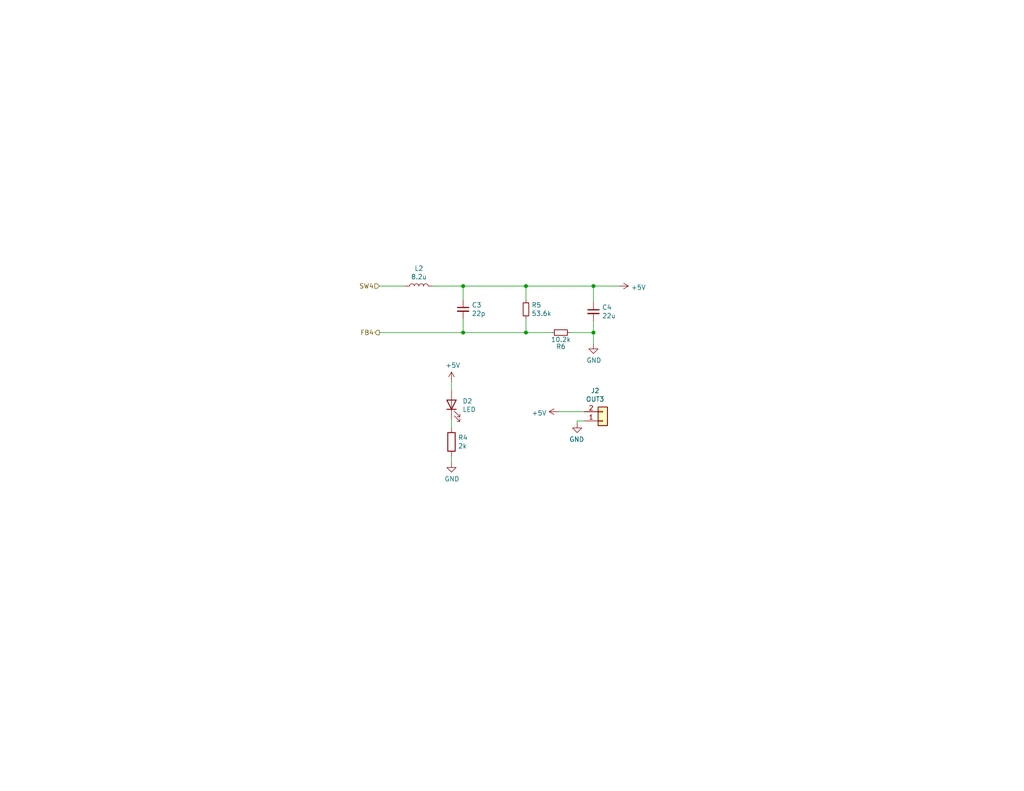
<source format=kicad_sch>
(kicad_sch (version 20211123) (generator eeschema)
  (paper "USLetter")
  (title_block (date "2021-05-26"))
  (lib_symbols
    (symbol "Connector_Generic:Conn_01x02" (pin_names (offset 1.016) hide)
      (property "Reference" "J" (at 0 2.54 0))
      (property "Value" "Conn_01x02" (at 0 -5.08 0))
      (symbol "Conn_01x02_1_1"
        (rectangle (start -1.27 -2.413) (end 0 -2.667) (stroke (width 0.1524)))
        (rectangle (start -1.27 0.127) (end 0 -0.127) (stroke (width 0.1524)))
        (rectangle (start -1.27 1.27) (end 1.27 -3.81) (stroke (width 0.254)) (fill (type background)))
        (pin passive line (at -5.08 0 0) (length 3.81) (name "Pin_1") (number "1"))
        (pin passive line (at -5.08 -2.54 0) (length 3.81) (name "Pin_2") (number "2"))
      )
    )
    (symbol "Device:C_Small" (pin_numbers hide) (pin_names (offset 0.254) hide)
      (property "Reference" "C" (at 0.254 1.778 0))
      (property "Value" "C_Small" (at 0.254 -2.032 0))
      (symbol "C_Small_0_1"
        (polyline (pts (xy -1.524 -0.508) (xy 1.524 -0.508)) (stroke (width 0.3302)))
        (polyline (pts (xy -1.524 0.508) (xy 1.524 0.508)) (stroke (width 0.3048)))
      )
      (symbol "C_Small_1_1"
        (pin passive line (at 0 2.54 270) (length 2.032) (name "~") (number "1"))
        (pin passive line (at 0 -2.54 90) (length 2.032) (name "~") (number "2"))
      )
    )
    (symbol "Device:L" (pin_numbers hide) (pin_names (offset 1.016) hide)
      (property "Reference" "L" (at -1.27 0 90))
      (property "Value" "L" (at 1.905 0 90))
      (symbol "L_0_1"
        (arc (start 0 -2.54) (mid 0.635 -1.905) (end 0 -1.27))
        (arc (start 0 -1.27) (mid 0.635 -0.635) (end 0 0))
        (arc (start 0 0) (mid 0.635 0.635) (end 0 1.27))
        (arc (start 0 1.27) (mid 0.635 1.905) (end 0 2.54))
      )
      (symbol "L_1_1"
        (pin passive line (at 0 3.81 270) (length 1.27) (name "1") (number "1"))
        (pin passive line (at 0 -3.81 90) (length 1.27) (name "2") (number "2"))
      )
    )
    (symbol "Device:LED" (pin_numbers hide) (pin_names (offset 1.016) hide)
      (property "Reference" "D" (at 0 2.54 0))
      (property "Value" "LED" (at 0 -2.54 0))
      (symbol "LED_0_1"
        (polyline (pts (xy -1.27 -1.27) (xy -1.27 1.27)) (stroke (width 0.254)))
        (polyline (pts (xy -1.27 0) (xy 1.27 0)))
        (polyline (pts (xy 1.27 -1.27) (xy 1.27 1.27) (xy -1.27 0) (xy 1.27 -1.27)) (stroke (width 0.254)))
        (polyline (pts (xy -3.048 -0.762) (xy -4.572 -2.286) (xy -3.81 -2.286) (xy -4.572 -2.286) (xy -4.572 -1.524)))
        (polyline (pts (xy -1.778 -0.762) (xy -3.302 -2.286) (xy -2.54 -2.286) (xy -3.302 -2.286) (xy -3.302 -1.524)))
      )
      (symbol "LED_1_1"
        (pin passive line (at -3.81 0 0) (length 2.54) (name "K") (number "1"))
        (pin passive line (at 3.81 0 180) (length 2.54) (name "A") (number "2"))
      )
    )
    (symbol "Device:R" (pin_numbers hide) (pin_names (offset 0))
      (property "Reference" "R" (at 2.032 0 90))
      (property "Value" "R" (at 0 0 90))
      (symbol "R_0_1"
        (rectangle (start -1.016 -2.54) (end 1.016 2.54) (stroke (width 0.254)))
      )
      (symbol "R_1_1"
        (pin passive line (at 0 3.81 270) (length 1.27) (name "~") (number "1"))
        (pin passive line (at 0 -3.81 90) (length 1.27) (name "~") (number "2"))
      )
    )
    (symbol "Device:R_Small" (pin_numbers hide) (pin_names (offset 0.254) hide)
      (property "Reference" "R" (at 0.762 0.508 0))
      (property "Value" "R_Small" (at 0.762 -1.016 0))
      (symbol "R_Small_0_1"
        (rectangle (start -0.762 1.778) (end 0.762 -1.778) (stroke (width 0.2032)))
      )
      (symbol "R_Small_1_1"
        (pin passive line (at 0 2.54 270) (length 0.762) (name "~") (number "1"))
        (pin passive line (at 0 -2.54 90) (length 0.762) (name "~") (number "2"))
      )
    )
    (symbol "power:+5V" (power) (pin_names (offset 0))
      (property "Value" "+5V" (at 0 3.556 0))
      (symbol "+5V_0_1"
        (polyline (pts (xy -0.762 1.27) (xy 0 2.54)))
        (polyline (pts (xy 0 0) (xy 0 2.54)))
        (polyline (pts (xy 0 2.54) (xy 0.762 1.27)))
      )
      (symbol "+5V_1_1"
        (pin power_in line (at 0 0 90) (length 0) hide (name "+5V") (number "1"))
      )
    )
    (symbol "power:GND" (power) (pin_names (offset 0))
      (property "Value" "GND" (at 0 -3.81 0))
      (symbol "GND_0_1"
        (polyline (pts (xy 0 0) (xy 0 -1.27) (xy 1.27 -1.27) (xy 0 -2.54) (xy -1.27 -1.27) (xy 0 -1.27)))
      )
      (symbol "GND_1_1"
        (pin power_in line (at 0 0 270) (length 0) hide (name "GND") (number "1"))
      )
    )
  )
  (junction (at 126.365 90.805))
  (junction (at 161.925 78.105))
  (junction (at 161.925 90.805))
  (junction (at 143.51 90.805))
  (junction (at 143.51 78.105))
  (junction (at 126.365 78.105))
  (wire (pts (xy 161.925 78.105) (xy 143.51 78.105)))
  (wire (pts (xy 161.925 82.55) (xy 161.925 78.105)))
  (wire (pts (xy 123.19 104.14) (xy 123.19 106.68)))
  (wire (pts (xy 143.51 81.915) (xy 143.51 78.105)))
  (wire (pts (xy 150.495 90.805) (xy 143.51 90.805)))
  (wire (pts (xy 126.365 81.915) (xy 126.365 78.105)))
  (wire (pts (xy 103.505 78.105) (xy 110.49 78.105)))
  (wire (pts (xy 159.385 114.935) (xy 157.48 114.935)))
  (wire (pts (xy 123.19 124.46) (xy 123.19 126.365)))
  (wire (pts (xy 161.925 93.98) (xy 161.925 90.805)))
  (wire (pts (xy 126.365 90.805) (xy 143.51 90.805)))
  (wire (pts (xy 168.91 78.105) (xy 161.925 78.105)))
  (wire (pts (xy 118.11 78.105) (xy 126.365 78.105)))
  (wire (pts (xy 159.385 112.395) (xy 152.4 112.395)))
  (wire (pts (xy 126.365 78.105) (xy 143.51 78.105)))
  (wire (pts (xy 123.19 114.3) (xy 123.19 116.84)))
  (wire (pts (xy 126.365 86.995) (xy 126.365 90.805)))
  (wire (pts (xy 155.575 90.805) (xy 161.925 90.805)))
  (wire (pts (xy 143.51 86.995) (xy 143.51 90.805)))
  (wire (pts (xy 161.925 90.805) (xy 161.925 87.63)))
  (wire (pts (xy 157.48 114.935) (xy 157.48 115.57)))
  (wire (pts (xy 103.505 90.805) (xy 126.365 90.805)))
  (hierarchical_label "FB4" (shape output) (at 103.505 90.805 180))
  (hierarchical_label "SW4" (shape input) (at 103.505 78.105 180))
  (symbol (lib_id "Connector_Generic:Conn_01x02") (at 164.465 114.935 0) (mirror x)
    (property "Reference" "J2" (at 162.3822 106.68 0))
    (property "Value" "OUT3" (at 162.3822 108.9914 0))
    (property "Footprint" "TerminalBlock_Phoenix:TerminalBlock_Phoenix_MKDS-1,5-2_1x02_P5.00mm_Horizontal" (effects hide))
  )
  (symbol (lib_id "power:+5V") (at 152.4 112.395 90) (mirror x)
    (property "Reference" "#PWR0107" (effects hide))
    (property "Value" "+5V" (at 149.1488 112.776 90) (effects (justify left)))
  )
  (symbol (lib_id "power:GND") (at 157.48 115.57 0) (mirror y)
    (property "Reference" "#PWR0108" (effects hide))
    (property "Value" "GND" (at 157.353 119.9642 0))
  )
  (symbol (lib_id "power:+5V") (at 123.19 104.14 0)
    (property "Reference" "#PWR0109" (effects hide))
    (property "Value" "+5V" (at 123.571 99.7458 0))
  )
  (symbol (lib_id "Device:LED") (at 123.19 110.49 90)
    (property "Reference" "D2" (at 126.1872 109.4994 90) (effects (justify right)))
    (property "Value" "LED" (at 126.1872 111.8108 90) (effects (justify right)))
    (property "Footprint" "LED_SMD:LED_0805_2012Metric" (effects hide))
  )
  (symbol (lib_id "Device:R") (at 123.19 120.65 0)
    (property "Reference" "R4" (at 124.968 119.4816 0) (effects (justify left)))
    (property "Value" "2k" (at 124.968 121.793 0) (effects (justify left)))
    (property "Footprint" "Resistor_SMD:R_0805_2012Metric" (effects hide))
  )
  (symbol (lib_id "power:GND") (at 123.19 126.365 0)
    (property "Reference" "#PWR0110" (effects hide))
    (property "Value" "GND" (at 123.317 130.7592 0))
  )
  (symbol (lib_id "Device:L") (at 114.3 78.105 90)
    (property "Reference" "L2" (at 114.3 73.279 90))
    (property "Value" "8.2u" (at 114.3 75.5904 90))
    (property "Footprint" "LT3514:MSS6132" (effects hide))
  )
  (symbol (lib_id "Device:C_Small") (at 161.925 85.09 0)
    (property "Reference" "C4" (at 164.2618 83.9216 0) (effects (justify left)))
    (property "Value" "22u" (at 164.2618 86.233 0) (effects (justify left)))
    (property "Footprint" "Capacitor_SMD:C_0805_2012Metric" (effects hide))
  )
  (symbol (lib_id "Device:R_Small") (at 143.51 84.455 180)
    (property "Reference" "R5" (at 145.0086 83.2866 0) (effects (justify right)))
    (property "Value" "53.6k" (at 145.0086 85.598 0) (effects (justify right)))
    (property "Footprint" "Resistor_SMD:R_0805_2012Metric" (effects hide))
  )
  (symbol (lib_id "Device:R_Small") (at 153.035 90.805 270)
    (property "Reference" "R6" (at 153.035 94.615 90))
    (property "Value" "10.2k" (at 153.035 92.71 90))
    (property "Footprint" "Resistor_SMD:R_0805_2012Metric" (effects hide))
  )
  (symbol (lib_id "Device:C_Small") (at 126.365 84.455 0)
    (property "Reference" "C3" (at 128.7018 83.2866 0) (effects (justify left)))
    (property "Value" "22p" (at 128.7018 85.598 0) (effects (justify left)))
    (property "Footprint" "Capacitor_SMD:C_0805_2012Metric" (effects hide))
  )
  (symbol (lib_id "power:GND") (at 161.925 93.98 0)
    (property "Reference" "#PWR0111" (effects hide))
    (property "Value" "GND" (at 162.052 98.3742 0))
  )
  (symbol (lib_id "power:+5V") (at 168.91 78.105 270)
    (property "Reference" "#PWR0112" (effects hide))
    (property "Value" "+5V" (at 172.1612 78.486 90) (effects (justify left)))
  )
)
</source>
